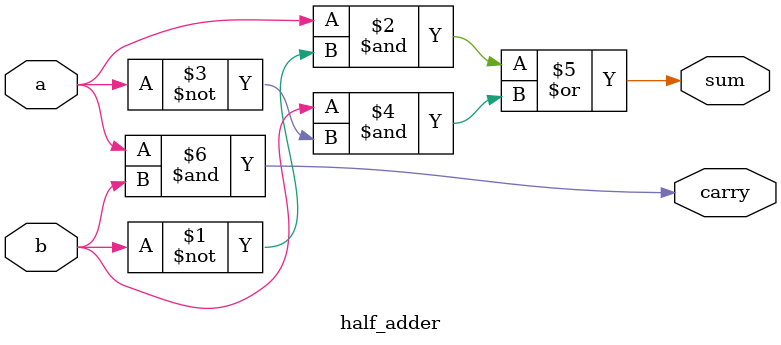
<source format=v>
`timescale 1ns / 1ps


module half_adder(
      input a, b,
      output sum, carry
     
    );
   assign sum=(a&(~b))|(b&(~a));
    assign carry=a&b;
endmodule

</source>
